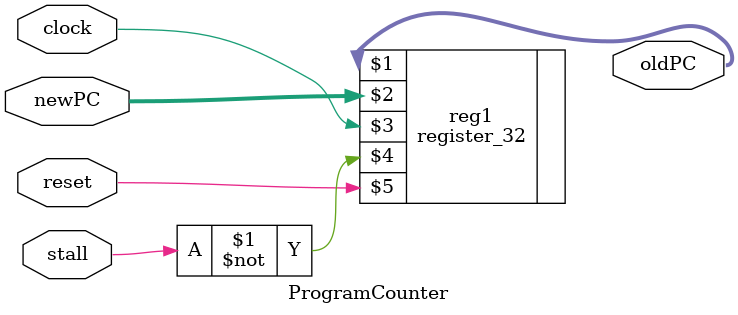
<source format=v>
module ProgramCounter(
    output [31:0] oldPC,
    input [31:0] newPC,
    input clock, stall, reset);

    register_32 reg1(oldPC, newPC, clock, ~stall, reset);

endmodule

</source>
